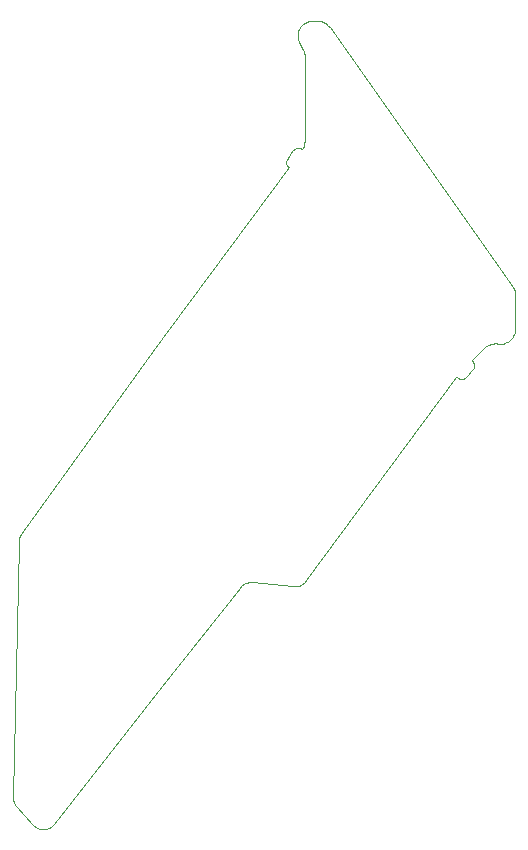
<source format=gbr>
%TF.GenerationSoftware,KiCad,Pcbnew,(7.0.0)*%
%TF.CreationDate,2023-05-30T19:58:02-04:00*%
%TF.ProjectId,DC31H4X0R,44433331-4834-4583-9052-2e6b69636164,rev?*%
%TF.SameCoordinates,Original*%
%TF.FileFunction,Profile,NP*%
%FSLAX46Y46*%
G04 Gerber Fmt 4.6, Leading zero omitted, Abs format (unit mm)*
G04 Created by KiCad (PCBNEW (7.0.0)) date 2023-05-30 19:58:02*
%MOMM*%
%LPD*%
G01*
G04 APERTURE LIST*
%TA.AperFunction,Profile*%
%ADD10C,0.100000*%
%TD*%
G04 APERTURE END LIST*
D10*
X58634400Y-11844800D02*
X58438400Y-11855304D01*
X58438400Y-11855304D02*
X58277800Y-11885508D01*
X58277800Y-11885508D02*
X58137900Y-11933447D01*
X58137900Y-11933447D02*
X58004000Y-11997159D01*
X58004000Y-11997159D02*
X57791700Y-12137423D01*
X57791700Y-12137423D02*
X57618900Y-12309548D01*
X57618900Y-12309548D02*
X57486700Y-12506980D01*
X57486700Y-12506980D02*
X57396200Y-12723150D01*
X57396200Y-12723150D02*
X57348600Y-12951520D01*
X57348600Y-12951520D02*
X57345300Y-13185520D01*
X57345300Y-13185520D02*
X57387300Y-13418590D01*
X57387300Y-13418590D02*
X57476000Y-13644190D01*
X57476000Y-13644190D02*
X57804300Y-14285140D01*
X57804300Y-14285140D02*
X57863300Y-14419930D01*
X57863300Y-14419930D02*
X57905800Y-14559640D01*
X57905800Y-14559640D02*
X57931000Y-14703300D01*
X57931000Y-14703300D02*
X57938300Y-14849910D01*
X57938300Y-14849910D02*
X57927800Y-17108990D01*
X57927800Y-17108990D02*
X57922500Y-22057950D01*
X57922500Y-22057950D02*
X57910600Y-22224450D01*
X57910600Y-22224450D02*
X57859400Y-22436250D01*
X57859400Y-22436250D02*
X57795700Y-22588250D01*
X57795700Y-22588250D02*
X57712300Y-22730450D01*
X57712300Y-22730450D02*
X57559000Y-22654550D01*
X57559000Y-22654550D02*
X57465200Y-22629550D01*
X57465200Y-22629550D02*
X57360300Y-22620150D01*
X57360300Y-22620150D02*
X57233200Y-22644550D01*
X57233200Y-22644550D02*
X57099900Y-22709450D01*
X57099900Y-22709450D02*
X56978000Y-22801850D01*
X56978000Y-22801850D02*
X56884900Y-22909050D01*
X56884900Y-22909050D02*
X56483000Y-23497450D01*
X56483000Y-23497450D02*
X56397400Y-23633450D01*
X56397400Y-23633450D02*
X56355900Y-23751850D01*
X56355900Y-23751850D02*
X56350500Y-23855750D01*
X56350500Y-23855750D02*
X56373000Y-23948350D01*
X56373000Y-23948350D02*
X56415300Y-24032650D01*
X56415300Y-24032650D02*
X56469300Y-24111750D01*
X56469300Y-24111750D02*
X56580100Y-24267150D01*
X56580100Y-24267150D02*
X46474700Y-37929350D01*
X46474700Y-37929350D02*
X45276900Y-39523850D01*
X45276900Y-39523850D02*
X33942030Y-55269150D01*
X33942030Y-55269150D02*
X33845740Y-55426250D01*
X33845740Y-55426250D02*
X33774569Y-55595550D01*
X33774569Y-55595550D02*
X33729994Y-55773750D01*
X33729994Y-55773750D02*
X33713493Y-55957450D01*
X33713493Y-55957450D02*
X33256417Y-77557950D01*
X33256417Y-77557950D02*
X33273041Y-77783650D01*
X33273041Y-77783650D02*
X33329423Y-78000250D01*
X33329423Y-78000250D02*
X33424169Y-78202550D01*
X33424169Y-78202550D02*
X33555884Y-78385450D01*
X33555884Y-78385450D02*
X34848290Y-79869550D01*
X34848290Y-79869550D02*
X34947330Y-79970850D01*
X34947330Y-79970850D02*
X35054520Y-80058150D01*
X35054520Y-80058150D02*
X35168630Y-80131350D01*
X35168630Y-80131350D02*
X35288450Y-80190550D01*
X35288450Y-80190550D02*
X35540360Y-80267150D01*
X35540360Y-80267150D02*
X35800520Y-80288250D01*
X35800520Y-80288250D02*
X36059210Y-80253950D01*
X36059210Y-80253950D02*
X36306680Y-80164750D01*
X36306680Y-80164750D02*
X36423180Y-80099550D01*
X36423180Y-80099550D02*
X36533230Y-80020750D01*
X36533230Y-80020750D02*
X36635610Y-79928350D01*
X36635610Y-79928350D02*
X36729110Y-79822350D01*
X36729110Y-79822350D02*
X45894200Y-68164450D01*
X45894200Y-68164450D02*
X52440300Y-59837350D01*
X52440300Y-59837350D02*
X52543600Y-59721550D01*
X52543600Y-59721550D02*
X52659200Y-59621050D01*
X52659200Y-59621050D02*
X52785600Y-59536450D01*
X52785600Y-59536450D02*
X52921000Y-59468550D01*
X52921000Y-59468550D02*
X53063800Y-59418050D01*
X53063800Y-59418050D02*
X53212300Y-59385550D01*
X53212300Y-59385550D02*
X53364900Y-59371850D01*
X53364900Y-59371850D02*
X53519900Y-59377650D01*
X53519900Y-59377650D02*
X56976800Y-59716450D01*
X56976800Y-59716450D02*
X57136700Y-59721650D01*
X57136700Y-59721650D02*
X57294000Y-59706150D01*
X57294000Y-59706150D02*
X57446900Y-59670750D01*
X57446900Y-59670750D02*
X57593500Y-59616350D01*
X57593500Y-59616350D02*
X57732000Y-59543450D01*
X57732000Y-59543450D02*
X57860400Y-59453050D01*
X57860400Y-59453050D02*
X57977100Y-59345850D01*
X57977100Y-59345850D02*
X58080100Y-59222650D01*
X58080100Y-59222650D02*
X70759900Y-41977350D01*
X70759900Y-41977350D02*
X70829000Y-42039550D01*
X70829000Y-42039550D02*
X70928700Y-42108050D01*
X70928700Y-42108050D02*
X71056900Y-42165750D01*
X71056900Y-42165750D02*
X71211700Y-42195450D01*
X71211700Y-42195450D02*
X71340200Y-42179150D01*
X71340200Y-42179150D02*
X71477000Y-42122550D01*
X71477000Y-42122550D02*
X71604000Y-42037350D01*
X71604000Y-42037350D02*
X71702900Y-41935350D01*
X71702900Y-41935350D02*
X72136400Y-41370550D01*
X72136400Y-41370550D02*
X72233400Y-41233150D01*
X72233400Y-41233150D02*
X72280800Y-41112250D01*
X72280800Y-41112250D02*
X72288100Y-41004950D01*
X72288100Y-41004950D02*
X72265100Y-40907950D01*
X72265100Y-40907950D02*
X72166700Y-40732650D01*
X72166700Y-40732650D02*
X72062800Y-40561550D01*
X72062800Y-40561550D02*
X72929700Y-39707750D01*
X72929700Y-39707750D02*
X73122600Y-39517750D01*
X73122600Y-39517750D02*
X73325700Y-39376150D01*
X73325700Y-39376150D02*
X73527900Y-39275950D01*
X73527900Y-39275950D02*
X73718100Y-39210050D01*
X73718100Y-39210050D02*
X73885200Y-39171150D01*
X73885200Y-39171150D02*
X74018300Y-39152250D01*
X74018300Y-39152250D02*
X74138000Y-39145650D01*
X74138000Y-39145650D02*
X74284700Y-39179650D01*
X74284700Y-39179650D02*
X74431400Y-39194550D01*
X74431400Y-39194550D02*
X74576800Y-39191450D01*
X74576800Y-39191450D02*
X74719600Y-39171150D01*
X74719600Y-39171150D02*
X74858500Y-39134750D01*
X74858500Y-39134750D02*
X74992200Y-39083150D01*
X74992200Y-39083150D02*
X75119300Y-39017250D01*
X75119300Y-39017250D02*
X75238700Y-38938150D01*
X75238700Y-38938150D02*
X75348900Y-38846650D01*
X75348900Y-38846650D02*
X75448700Y-38743850D01*
X75448700Y-38743850D02*
X75536800Y-38630650D01*
X75536800Y-38630650D02*
X75611900Y-38508050D01*
X75611900Y-38508050D02*
X75672700Y-38376950D01*
X75672700Y-38376950D02*
X75717900Y-38238350D01*
X75717900Y-38238350D02*
X75746100Y-38093250D01*
X75746100Y-38093250D02*
X75756200Y-37942550D01*
X75756200Y-37942550D02*
X75771900Y-35092450D01*
X75771900Y-35092450D02*
X75758700Y-34910250D01*
X75758700Y-34910250D02*
X75719400Y-34732550D01*
X75719400Y-34732550D02*
X75654400Y-34562750D01*
X75654400Y-34562750D02*
X75564400Y-34404150D01*
X75564400Y-34404150D02*
X60042400Y-12388596D01*
X60042400Y-12388596D02*
X59952400Y-12268919D01*
X59952400Y-12268919D02*
X59851900Y-12162603D01*
X59851900Y-12162603D02*
X59741100Y-12070447D01*
X59741100Y-12070447D02*
X59620100Y-11993253D01*
X59620100Y-11993253D02*
X59489000Y-11931820D01*
X59489000Y-11931820D02*
X59347900Y-11886948D01*
X59347900Y-11886948D02*
X59197000Y-11859438D01*
X59197000Y-11859438D02*
X59036300Y-11850090D01*
X59036300Y-11850090D02*
X58634400Y-11844800D01*
X58634400Y-11844800D02*
X58634400Y-11844800D01*
M02*

</source>
